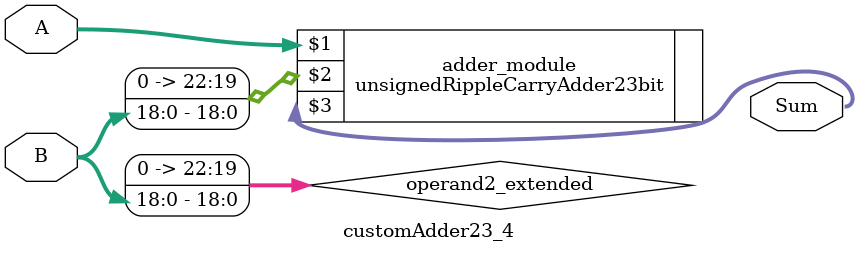
<source format=v>

module customAdder23_4(
                    input [22 : 0] A,
                    input [18 : 0] B,
                    
                    output [23 : 0] Sum
            );

    wire [22 : 0] operand2_extended;
    
    assign operand2_extended =  {4'b0, B};
    
    unsignedRippleCarryAdder23bit adder_module(
        A,
        operand2_extended,
        Sum
    );
    
endmodule
        
</source>
